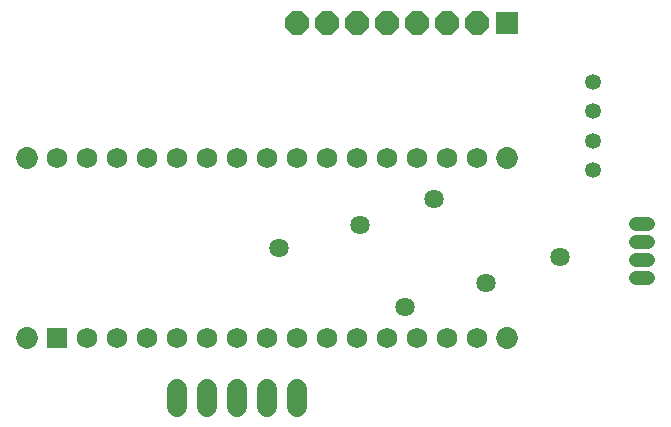
<source format=gbr>
G04 EAGLE Gerber RS-274X export*
G75*
%MOMM*%
%FSLAX34Y34*%
%LPD*%
%INSoldermask Bottom*%
%IPPOS*%
%AMOC8*
5,1,8,0,0,1.08239X$1,22.5*%
G01*
G04 Define Apertures*
%ADD10R,1.727200X1.727200*%
%ADD11C,1.727200*%
%ADD12C,1.853200*%
%ADD13C,1.727200*%
%ADD14C,1.351200*%
%ADD15C,1.211200*%
%ADD16C,1.633200*%
%ADD17P,2.14443X8X292.5*%
%ADD18R,1.981200X1.981200*%
D10*
X25400Y25400D03*
D11*
X50800Y25400D03*
X76200Y25400D03*
X101600Y25400D03*
X127000Y25400D03*
X152400Y25400D03*
X177800Y25400D03*
X203200Y25400D03*
X228600Y25400D03*
X254000Y25400D03*
X279400Y25400D03*
X304800Y25400D03*
X330200Y25400D03*
X355600Y25400D03*
X381000Y25400D03*
X381000Y177800D03*
X355600Y177800D03*
X330200Y177800D03*
X304800Y177800D03*
X279400Y177800D03*
X254000Y177800D03*
X228600Y177800D03*
X203200Y177800D03*
X177800Y177800D03*
X152400Y177800D03*
X127000Y177800D03*
X101600Y177800D03*
X76200Y177800D03*
X50800Y177800D03*
X25400Y177800D03*
D12*
X0Y25400D03*
X0Y177800D03*
X406400Y177800D03*
X406400Y25400D03*
D13*
X228600Y-17780D02*
X228600Y-33020D01*
X203200Y-33020D02*
X203200Y-17780D01*
X177800Y-17780D02*
X177800Y-33020D01*
X152400Y-33020D02*
X152400Y-17780D01*
X127000Y-17780D02*
X127000Y-33020D01*
D14*
X479200Y166980D03*
X479200Y191980D03*
X479200Y216980D03*
X479200Y241980D03*
D15*
X515660Y76200D02*
X525740Y76200D01*
X525740Y91200D02*
X515660Y91200D01*
X515660Y106200D02*
X525740Y106200D01*
X525740Y121200D02*
X515660Y121200D01*
D16*
X213409Y101050D03*
X319991Y51350D03*
X344347Y143088D03*
X450929Y93388D03*
X282301Y121000D03*
X388883Y71300D03*
D17*
X381000Y292100D03*
D18*
X406400Y292100D03*
D17*
X355600Y292100D03*
X330200Y292100D03*
X304800Y292100D03*
X279400Y292100D03*
X254000Y292100D03*
X228600Y292100D03*
M02*

</source>
